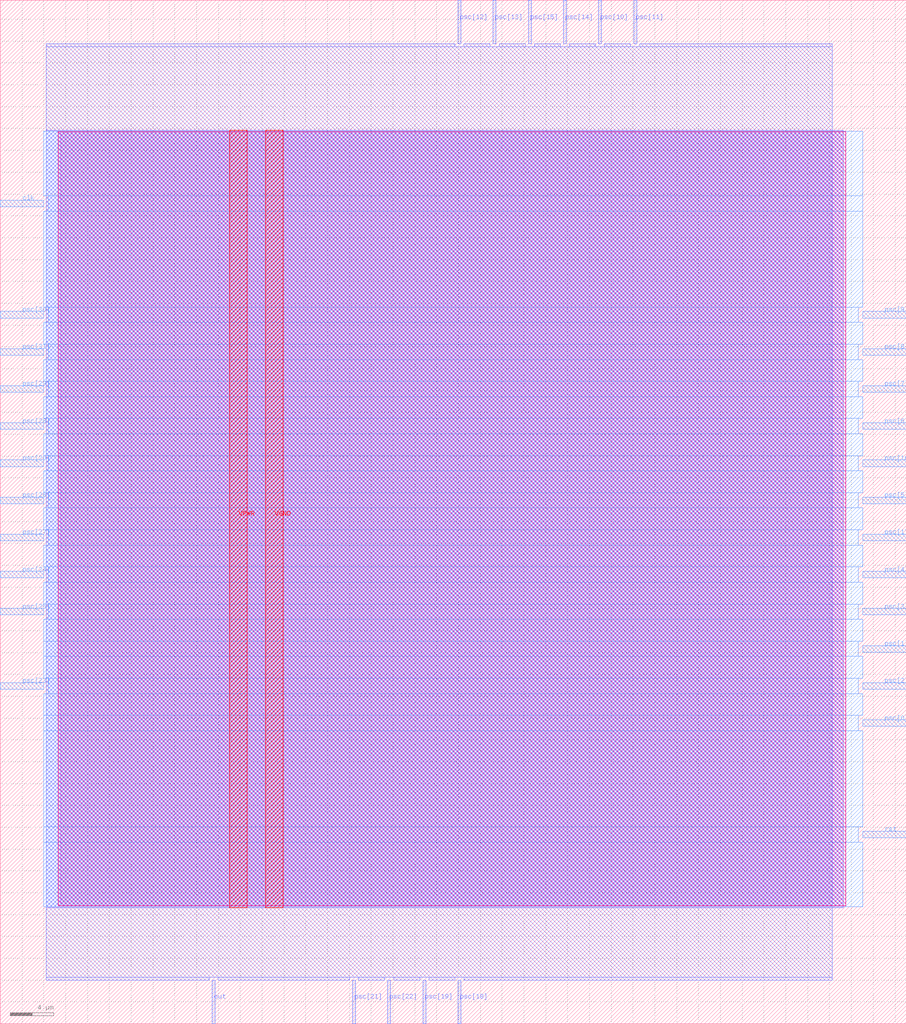
<source format=lef>
VERSION 5.7 ;
  NOWIREEXTENSIONATPIN ON ;
  DIVIDERCHAR "/" ;
  BUSBITCHARS "[]" ;
MACRO freq_psc
  CLASS BLOCK ;
  FOREIGN freq_psc ;
  ORIGIN 0.000 0.000 ;
  SIZE 83.030 BY 93.750 ;
  PIN VGND
    DIRECTION INOUT ;
    USE GROUND ;
    PORT
      LAYER met4 ;
        RECT 24.340 10.640 25.940 81.840 ;
    END
  END VGND
  PIN VPWR
    DIRECTION INOUT ;
    USE POWER ;
    PORT
      LAYER met4 ;
        RECT 21.040 10.640 22.640 81.840 ;
    END
  END VPWR
  PIN clk
    DIRECTION INPUT ;
    USE SIGNAL ;
    ANTENNAGATEAREA 0.852000 ;
    PORT
      LAYER met3 ;
        RECT 0.000 74.840 4.000 75.440 ;
    END
  END clk
  PIN out
    DIRECTION OUTPUT ;
    USE SIGNAL ;
    ANTENNADIFFAREA 0.445500 ;
    PORT
      LAYER met2 ;
        RECT 19.410 0.000 19.690 4.000 ;
    END
  END out
  PIN psc[0]
    DIRECTION INPUT ;
    USE SIGNAL ;
    ANTENNAGATEAREA 0.196500 ;
    PORT
      LAYER met3 ;
        RECT 79.030 27.240 83.030 27.840 ;
    END
  END psc[0]
  PIN psc[10]
    DIRECTION INPUT ;
    USE SIGNAL ;
    ANTENNAGATEAREA 0.196500 ;
    PORT
      LAYER met2 ;
        RECT 54.830 89.750 55.110 93.750 ;
    END
  END psc[10]
  PIN psc[11]
    DIRECTION INPUT ;
    USE SIGNAL ;
    ANTENNAGATEAREA 0.196500 ;
    PORT
      LAYER met2 ;
        RECT 58.050 89.750 58.330 93.750 ;
    END
  END psc[11]
  PIN psc[12]
    DIRECTION INPUT ;
    USE SIGNAL ;
    ANTENNAGATEAREA 0.196500 ;
    PORT
      LAYER met2 ;
        RECT 41.950 89.750 42.230 93.750 ;
    END
  END psc[12]
  PIN psc[13]
    DIRECTION INPUT ;
    USE SIGNAL ;
    ANTENNAGATEAREA 0.196500 ;
    PORT
      LAYER met2 ;
        RECT 45.170 89.750 45.450 93.750 ;
    END
  END psc[13]
  PIN psc[14]
    DIRECTION INPUT ;
    USE SIGNAL ;
    ANTENNAGATEAREA 0.196500 ;
    PORT
      LAYER met2 ;
        RECT 51.610 89.750 51.890 93.750 ;
    END
  END psc[14]
  PIN psc[15]
    DIRECTION INPUT ;
    USE SIGNAL ;
    ANTENNAGATEAREA 0.196500 ;
    PORT
      LAYER met2 ;
        RECT 48.390 89.750 48.670 93.750 ;
    END
  END psc[15]
  PIN psc[16]
    DIRECTION INPUT ;
    USE SIGNAL ;
    ANTENNAGATEAREA 0.196500 ;
    PORT
      LAYER met3 ;
        RECT 79.030 51.040 83.030 51.640 ;
    END
  END psc[16]
  PIN psc[17]
    DIRECTION INPUT ;
    USE SIGNAL ;
    ANTENNAGATEAREA 0.196500 ;
    PORT
      LAYER met3 ;
        RECT 79.030 44.240 83.030 44.840 ;
    END
  END psc[17]
  PIN psc[18]
    DIRECTION INPUT ;
    USE SIGNAL ;
    ANTENNAGATEAREA 0.196500 ;
    PORT
      LAYER met2 ;
        RECT 41.950 0.000 42.230 4.000 ;
    END
  END psc[18]
  PIN psc[19]
    DIRECTION INPUT ;
    USE SIGNAL ;
    ANTENNAGATEAREA 0.196500 ;
    PORT
      LAYER met2 ;
        RECT 38.730 0.000 39.010 4.000 ;
    END
  END psc[19]
  PIN psc[1]
    DIRECTION INPUT ;
    USE SIGNAL ;
    ANTENNAGATEAREA 0.196500 ;
    PORT
      LAYER met3 ;
        RECT 79.030 34.040 83.030 34.640 ;
    END
  END psc[1]
  PIN psc[20]
    DIRECTION INPUT ;
    USE SIGNAL ;
    ANTENNAGATEAREA 0.196500 ;
    PORT
      LAYER met3 ;
        RECT 0.000 51.040 4.000 51.640 ;
    END
  END psc[20]
  PIN psc[21]
    DIRECTION INPUT ;
    USE SIGNAL ;
    ANTENNAGATEAREA 0.196500 ;
    PORT
      LAYER met2 ;
        RECT 32.290 0.000 32.570 4.000 ;
    END
  END psc[21]
  PIN psc[22]
    DIRECTION INPUT ;
    USE SIGNAL ;
    ANTENNAGATEAREA 0.196500 ;
    PORT
      LAYER met2 ;
        RECT 35.510 0.000 35.790 4.000 ;
    END
  END psc[22]
  PIN psc[23]
    DIRECTION INPUT ;
    USE SIGNAL ;
    ANTENNAGATEAREA 0.196500 ;
    PORT
      LAYER met3 ;
        RECT 0.000 30.640 4.000 31.240 ;
    END
  END psc[23]
  PIN psc[24]
    DIRECTION INPUT ;
    USE SIGNAL ;
    ANTENNAGATEAREA 0.196500 ;
    PORT
      LAYER met3 ;
        RECT 0.000 40.840 4.000 41.440 ;
    END
  END psc[24]
  PIN psc[25]
    DIRECTION INPUT ;
    USE SIGNAL ;
    ANTENNAGATEAREA 0.196500 ;
    PORT
      LAYER met3 ;
        RECT 0.000 37.440 4.000 38.040 ;
    END
  END psc[25]
  PIN psc[26]
    DIRECTION INPUT ;
    USE SIGNAL ;
    ANTENNAGATEAREA 0.196500 ;
    PORT
      LAYER met3 ;
        RECT 0.000 47.640 4.000 48.240 ;
    END
  END psc[26]
  PIN psc[27]
    DIRECTION INPUT ;
    USE SIGNAL ;
    ANTENNAGATEAREA 0.196500 ;
    PORT
      LAYER met3 ;
        RECT 0.000 44.240 4.000 44.840 ;
    END
  END psc[27]
  PIN psc[28]
    DIRECTION INPUT ;
    USE SIGNAL ;
    ANTENNAGATEAREA 0.196500 ;
    PORT
      LAYER met3 ;
        RECT 0.000 54.440 4.000 55.040 ;
    END
  END psc[28]
  PIN psc[29]
    DIRECTION INPUT ;
    USE SIGNAL ;
    ANTENNAGATEAREA 0.196500 ;
    PORT
      LAYER met3 ;
        RECT 0.000 57.840 4.000 58.440 ;
    END
  END psc[29]
  PIN psc[2]
    DIRECTION INPUT ;
    USE SIGNAL ;
    ANTENNAGATEAREA 0.196500 ;
    PORT
      LAYER met3 ;
        RECT 79.030 30.640 83.030 31.240 ;
    END
  END psc[2]
  PIN psc[30]
    DIRECTION INPUT ;
    USE SIGNAL ;
    ANTENNAGATEAREA 0.196500 ;
    PORT
      LAYER met3 ;
        RECT 0.000 64.640 4.000 65.240 ;
    END
  END psc[30]
  PIN psc[31]
    DIRECTION INPUT ;
    USE SIGNAL ;
    ANTENNAGATEAREA 0.196500 ;
    PORT
      LAYER met3 ;
        RECT 0.000 61.240 4.000 61.840 ;
    END
  END psc[31]
  PIN psc[3]
    DIRECTION INPUT ;
    USE SIGNAL ;
    ANTENNAGATEAREA 0.196500 ;
    PORT
      LAYER met3 ;
        RECT 79.030 37.440 83.030 38.040 ;
    END
  END psc[3]
  PIN psc[4]
    DIRECTION INPUT ;
    USE SIGNAL ;
    ANTENNAGATEAREA 0.196500 ;
    PORT
      LAYER met3 ;
        RECT 79.030 40.840 83.030 41.440 ;
    END
  END psc[4]
  PIN psc[5]
    DIRECTION INPUT ;
    USE SIGNAL ;
    ANTENNAGATEAREA 0.196500 ;
    PORT
      LAYER met3 ;
        RECT 79.030 47.640 83.030 48.240 ;
    END
  END psc[5]
  PIN psc[6]
    DIRECTION INPUT ;
    USE SIGNAL ;
    ANTENNAGATEAREA 0.196500 ;
    PORT
      LAYER met3 ;
        RECT 79.030 54.440 83.030 55.040 ;
    END
  END psc[6]
  PIN psc[7]
    DIRECTION INPUT ;
    USE SIGNAL ;
    ANTENNAGATEAREA 0.196500 ;
    PORT
      LAYER met3 ;
        RECT 79.030 57.840 83.030 58.440 ;
    END
  END psc[7]
  PIN psc[8]
    DIRECTION INPUT ;
    USE SIGNAL ;
    ANTENNAGATEAREA 0.196500 ;
    PORT
      LAYER met3 ;
        RECT 79.030 61.240 83.030 61.840 ;
    END
  END psc[8]
  PIN psc[9]
    DIRECTION INPUT ;
    USE SIGNAL ;
    ANTENNAGATEAREA 0.196500 ;
    PORT
      LAYER met3 ;
        RECT 79.030 64.640 83.030 65.240 ;
    END
  END psc[9]
  PIN rst
    DIRECTION INPUT ;
    USE SIGNAL ;
    ANTENNAGATEAREA 0.196500 ;
    PORT
      LAYER met3 ;
        RECT 79.030 17.040 83.030 17.640 ;
    END
  END rst
  OBS
      LAYER nwell ;
        RECT 5.330 10.795 77.470 81.685 ;
      LAYER li1 ;
        RECT 5.520 10.795 77.280 81.685 ;
      LAYER met1 ;
        RECT 4.210 10.640 77.280 81.840 ;
      LAYER met2 ;
        RECT 4.230 89.470 41.670 89.750 ;
        RECT 42.510 89.470 44.890 89.750 ;
        RECT 45.730 89.470 48.110 89.750 ;
        RECT 48.950 89.470 51.330 89.750 ;
        RECT 52.170 89.470 54.550 89.750 ;
        RECT 55.390 89.470 57.770 89.750 ;
        RECT 58.610 89.470 76.270 89.750 ;
        RECT 4.230 4.280 76.270 89.470 ;
        RECT 4.230 4.000 19.130 4.280 ;
        RECT 19.970 4.000 32.010 4.280 ;
        RECT 32.850 4.000 35.230 4.280 ;
        RECT 36.070 4.000 38.450 4.280 ;
        RECT 39.290 4.000 41.670 4.280 ;
        RECT 42.510 4.000 76.270 4.280 ;
      LAYER met3 ;
        RECT 3.990 75.840 79.030 81.765 ;
        RECT 4.400 74.440 79.030 75.840 ;
        RECT 3.990 65.640 79.030 74.440 ;
        RECT 4.400 64.240 78.630 65.640 ;
        RECT 3.990 62.240 79.030 64.240 ;
        RECT 4.400 60.840 78.630 62.240 ;
        RECT 3.990 58.840 79.030 60.840 ;
        RECT 4.400 57.440 78.630 58.840 ;
        RECT 3.990 55.440 79.030 57.440 ;
        RECT 4.400 54.040 78.630 55.440 ;
        RECT 3.990 52.040 79.030 54.040 ;
        RECT 4.400 50.640 78.630 52.040 ;
        RECT 3.990 48.640 79.030 50.640 ;
        RECT 4.400 47.240 78.630 48.640 ;
        RECT 3.990 45.240 79.030 47.240 ;
        RECT 4.400 43.840 78.630 45.240 ;
        RECT 3.990 41.840 79.030 43.840 ;
        RECT 4.400 40.440 78.630 41.840 ;
        RECT 3.990 38.440 79.030 40.440 ;
        RECT 4.400 37.040 78.630 38.440 ;
        RECT 3.990 35.040 79.030 37.040 ;
        RECT 3.990 33.640 78.630 35.040 ;
        RECT 3.990 31.640 79.030 33.640 ;
        RECT 4.400 30.240 78.630 31.640 ;
        RECT 3.990 28.240 79.030 30.240 ;
        RECT 3.990 26.840 78.630 28.240 ;
        RECT 3.990 18.040 79.030 26.840 ;
        RECT 3.990 16.640 78.630 18.040 ;
        RECT 3.990 10.715 79.030 16.640 ;
  END
END freq_psc
END LIBRARY


</source>
